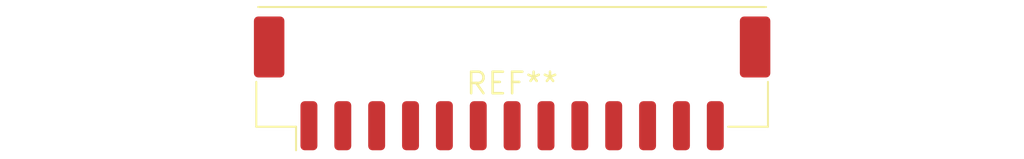
<source format=kicad_pcb>
(kicad_pcb (version 20240108) (generator pcbnew)
  (layers (0 "F.Cu" signal) (31 "B.Cu" signal) (34 "B.Paste" user) (35 "F.Paste" user) (36 "B.SilkS" user "B.Silkscreen") (37 "F.SilkS" user "F.Silkscreen") (38 "B.Mask" user) (39 "F.Mask" user) (44 "Edge.Cuts" user))
  (net 0 "")
  (footprint "Molex_CLIK-Mate_502443-1370_1x13-1MP_P2.00mm_Vertical" (layer "F.Cu") (at 0 0)
    (property "Reference" "REF**")
    (property "Value" "Molex_CLIK-Mate_502443-1370_1x13-1MP_P2.00mm_Vertical")
    (fp_line (start -15.11 -0.09) (end -15.11 2.56) (layer "F.SilkS") (stroke (width 0.12)))
    (fp_line (start -15.11 2.56) (end -12.76 2.56) (layer "F.SilkS") (stroke (width 0.12)))
    (fp_line (start -15 -4.51) (end 15 -4.51) (layer "F.SilkS") (stroke (width 0.12)))
    (fp_line (start -12.76 2.56) (end -12.76 3.95) (layer "F.SilkS") (stroke (width 0.12)))
    (fp_line (start 15.11 -0.09) (end 15.11 2.56) (layer "F.SilkS") (stroke (width 0.12)))
    (fp_line (start 15.11 2.56) (end 12.76 2.56) (layer "F.SilkS") (stroke (width 0.12)))
    (pad "1" smd roundrect (at -12 2.5) (size 1 2.9) (layers "F.Cu" "F.Paste" "F.Mask"))
    (pad "2" smd roundrect (at -10 2.5) (size 1 2.9) (layers "F.Cu" "F.Paste" "F.Mask"))
    (pad "3" smd roundrect (at -8 2.5) (size 1 2.9) (layers "F.Cu" "F.Paste" "F.Mask"))
    (pad "4" smd roundrect (at -6 2.5) (size 1 2.9) (layers "F.Cu" "F.Paste" "F.Mask"))
    (pad "5" smd roundrect (at -4 2.5) (size 1 2.9) (layers "F.Cu" "F.Paste" "F.Mask"))
    (pad "6" smd roundrect (at -2 2.5) (size 1 2.9) (layers "F.Cu" "F.Paste" "F.Mask"))
    (pad "7" smd roundrect (at 0 2.5) (size 1 2.9) (layers "F.Cu" "F.Paste" "F.Mask"))
    (pad "8" smd roundrect (at 2 2.5) (size 1 2.9) (layers "F.Cu" "F.Paste" "F.Mask"))
    (pad "9" smd roundrect (at 4 2.5) (size 1 2.9) (layers "F.Cu" "F.Paste" "F.Mask"))
    (pad "10" smd roundrect (at 6 2.5) (size 1 2.9) (layers "F.Cu" "F.Paste" "F.Mask"))
    (pad "11" smd roundrect (at 8 2.5) (size 1 2.9) (layers "F.Cu" "F.Paste" "F.Mask"))
    (pad "12" smd roundrect (at 10 2.5) (size 1 2.9) (layers "F.Cu" "F.Paste" "F.Mask"))
    (pad "13" smd roundrect (at 12 2.5) (size 1 2.9) (layers "F.Cu" "F.Paste" "F.Mask"))
    (pad "MP" smd roundrect (at -14.35 -2.15) (size 1.8 3.6) (layers "F.Cu" "F.Paste" "F.Mask") (roundrect_rratio 0.138889))
    (pad "MP" smd roundrect (at 14.35 -2.15) (size 1.8 3.6) (layers "F.Cu" "F.Paste" "F.Mask") (roundrect_rratio 0.138889))
  )
)
</source>
